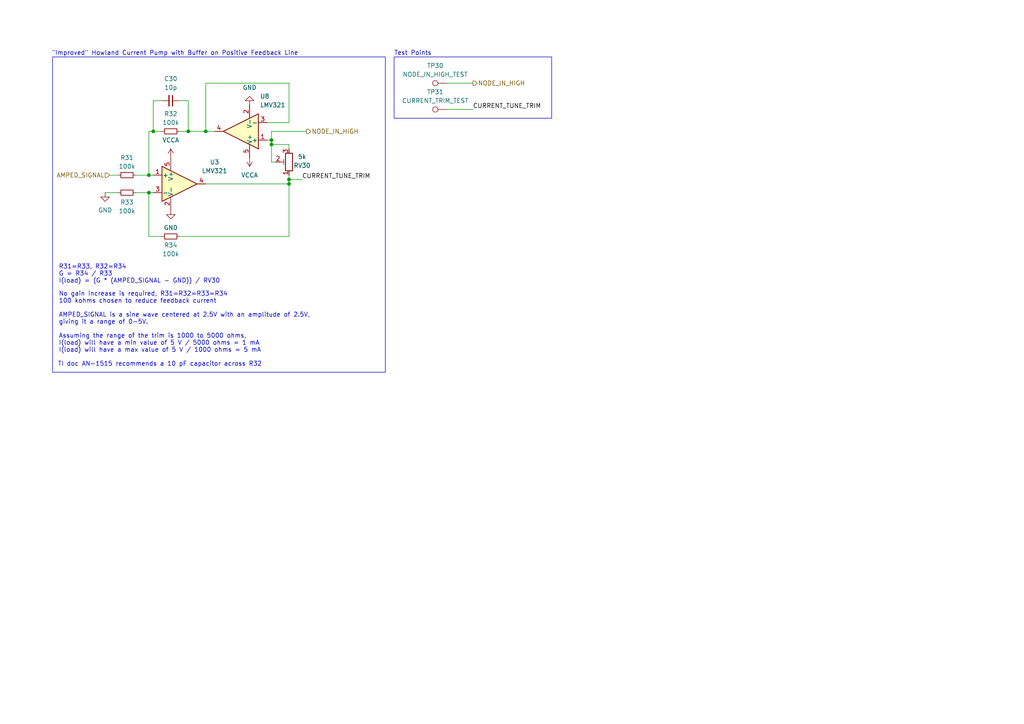
<source format=kicad_sch>
(kicad_sch (version 20231120) (generator "eeschema") (generator_version "8.0")
  (paper "A4")
  (lib_symbols
    (symbol "Amplifier_Operational:LMV321" (pin_names (offset 0.127))
      (property "Reference" "U" (at 0 5.08 0))
      (property "Value" "LMV321" (at 0 -5.08 0))
      (symbol "LMV321_0_1"
        (polyline (pts (xy -5.08 5.08) (xy 5.08 0) (xy -5.08 -5.08) (xy -5.08 5.08)) (stroke (width 0.254)) (fill (type background)))
        (pin power_in line (at -2.54 -7.62 90) (length 3.81) (name "V-") (number "2"))
        (pin power_in line (at -2.54 7.62 270) (length 3.81) (name "V+") (number "5"))
      )
      (symbol "LMV321_1_1"
        (pin input line (at -7.62 2.54 0) (length 2.54) (name "+") (number "1"))
        (pin input line (at -7.62 -2.54 0) (length 2.54) (name "-") (number "3"))
        (pin output line (at 7.62 0 180) (length 2.54) (name "~") (number "4"))
      )
    )
    (symbol "Connector:TestPoint" (pin_numbers hide) (pin_names (offset 0.762) hide)
      (property "Reference" "TP" (at 0 6.858 0))
      (property "Value" "TestPoint" (at 0 5.08 0))
      (symbol "TestPoint_0_1"
        (circle (center 0 3.302) (radius 0.762))
      )
      (symbol "TestPoint_1_1"
        (pin passive line (at 0 0 90) (length 2.54) (name "1") (number "1"))
      )
    )
    (symbol "Device:C_Small" (pin_numbers hide) (pin_names (offset 0.254) hide)
      (property "Reference" "C" (at 0.254 1.778 0))
      (property "Value" "C_Small" (at 0.254 -2.032 0))
      (symbol "C_Small_0_1"
        (polyline (pts (xy -1.524 -0.508) (xy 1.524 -0.508)) (stroke (width 0.3302)))
        (polyline (pts (xy -1.524 0.508) (xy 1.524 0.508)) (stroke (width 0.3048)))
      )
      (symbol "C_Small_1_1"
        (pin passive line (at 0 2.54 270) (length 2.032) (name "~") (number "1"))
        (pin passive line (at 0 -2.54 90) (length 2.032) (name "~") (number "2"))
      )
    )
    (symbol "Device:R_Potentiometer_Trim" (pin_names (offset 1.016) hide)
      (property "Reference" "RV" (at -4.445 0 90))
      (property "Value" "R_Potentiometer_Trim" (at -2.54 0 90))
      (symbol "R_Potentiometer_Trim_0_1"
        (polyline (pts (xy 1.524 0.762) (xy 1.524 -0.762)))
        (polyline (pts (xy 2.54 0) (xy 1.524 0)))
        (rectangle (start 1.016 2.54) (end -1.016 -2.54) (stroke (width 0.254)))
      )
      (symbol "R_Potentiometer_Trim_1_1"
        (pin passive line (at 0 3.81 270) (length 1.27) (name "1") (number "1"))
        (pin passive line (at 3.81 0 180) (length 1.27) (name "2") (number "2"))
        (pin passive line (at 0 -3.81 90) (length 1.27) (name "3") (number "3"))
      )
    )
    (symbol "Device:R_Small" (pin_numbers hide) (pin_names (offset 0.254) hide)
      (property "Reference" "R" (at 0.762 0.508 0))
      (property "Value" "R_Small" (at 0.762 -1.016 0))
      (symbol "R_Small_0_1"
        (rectangle (start -0.762 1.778) (end 0.762 -1.778) (stroke (width 0.2032)))
      )
      (symbol "R_Small_1_1"
        (pin passive line (at 0 2.54 270) (length 0.762) (name "~") (number "1"))
        (pin passive line (at 0 -2.54 90) (length 0.762) (name "~") (number "2"))
      )
    )
    (symbol "power:GND" (power) (pin_numbers hide) (pin_names (offset 0) hide)
      (property "Value" "GND" (at 0 -3.81 0))
      (symbol "GND_0_1"
        (polyline (pts (xy 0 0) (xy 0 -1.27) (xy 1.27 -1.27) (xy 0 -2.54) (xy -1.27 -1.27) (xy 0 -1.27)))
      )
      (symbol "GND_1_1"
        (pin power_in line (at 0 0 270) (length 0) (name "~") (number "1"))
      )
    )
    (symbol "power:VCC" (power) (pin_numbers hide) (pin_names (offset 0) hide)
      (property "Value" "VCC" (at 0 3.556 0))
      (symbol "VCC_0_1"
        (polyline (pts (xy -0.762 1.27) (xy 0 2.54)))
        (polyline (pts (xy 0 0) (xy 0 2.54)))
        (polyline (pts (xy 0 2.54) (xy 0.762 1.27)))
      )
      (symbol "VCC_1_1"
        (pin power_in line (at 0 0 90) (length 0) (name "~") (number "1"))
      )
    )
  )
  (junction (at 78.74 41.91))
  (junction (at 44.45 38.1))
  (junction (at 54.61 38.1))
  (junction (at 43.18 55.88))
  (junction (at 78.74 40.64))
  (junction (at 59.69 38.1))
  (junction (at 83.82 52.07))
  (junction (at 43.18 50.8))
  (junction (at 83.82 53.34))
  (wire (pts (xy 137.16 31.75) (xy 129.54 31.75)))
  (wire (pts (xy 77.47 35.56) (xy 83.82 35.56)))
  (wire (pts (xy 44.45 29.21) (xy 44.45 38.1)))
  (wire (pts (xy 52.07 68.58) (xy 83.82 68.58)))
  (wire (pts (xy 83.82 50.8) (xy 83.82 52.07)))
  (wire (pts (xy 39.37 55.88) (xy 43.18 55.88)))
  (wire (pts (xy 83.82 24.13) (xy 59.69 24.13)))
  (wire (pts (xy 46.99 29.21) (xy 44.45 29.21)))
  (wire (pts (xy 78.74 38.1) (xy 78.74 40.64)))
  (wire (pts (xy 43.18 50.8) (xy 44.45 50.8)))
  (wire (pts (xy 31.75 50.8) (xy 34.29 50.8)))
  (wire (pts (xy 46.99 68.58) (xy 43.18 68.58)))
  (wire (pts (xy 88.9 38.1) (xy 78.74 38.1)))
  (wire (pts (xy 46.99 38.1) (xy 44.45 38.1)))
  (wire (pts (xy 59.69 53.34) (xy 83.82 53.34)))
  (wire (pts (xy 39.37 50.8) (xy 43.18 50.8)))
  (wire (pts (xy 43.18 55.88) (xy 44.45 55.88)))
  (wire (pts (xy 83.82 35.56) (xy 83.82 24.13)))
  (wire (pts (xy 43.18 38.1) (xy 43.18 50.8)))
  (wire (pts (xy 54.61 38.1) (xy 59.69 38.1)))
  (wire (pts (xy 43.18 68.58) (xy 43.18 55.88)))
  (wire (pts (xy 78.74 40.64) (xy 78.74 41.91)))
  (wire (pts (xy 30.48 55.88) (xy 34.29 55.88)))
  (wire (pts (xy 52.07 29.21) (xy 54.61 29.21)))
  (wire (pts (xy 78.74 41.91) (xy 83.82 41.91)))
  (wire (pts (xy 77.47 40.64) (xy 78.74 40.64)))
  (wire (pts (xy 137.16 24.13) (xy 129.54 24.13)))
  (wire (pts (xy 52.07 38.1) (xy 54.61 38.1)))
  (wire (pts (xy 78.74 41.91) (xy 78.74 46.99)))
  (wire (pts (xy 59.69 38.1) (xy 62.23 38.1)))
  (wire (pts (xy 54.61 29.21) (xy 54.61 38.1)))
  (wire (pts (xy 59.69 24.13) (xy 59.69 38.1)))
  (wire (pts (xy 83.82 52.07) (xy 83.82 53.34)))
  (wire (pts (xy 80.01 46.99) (xy 78.74 46.99)))
  (wire (pts (xy 83.82 52.07) (xy 87.63 52.07)))
  (wire (pts (xy 83.82 53.34) (xy 83.82 68.58)))
  (wire (pts (xy 83.82 43.18) (xy 83.82 41.91)))
  (wire (pts (xy 44.45 38.1) (xy 43.18 38.1)))
  (rectangle (start 114.3 16.51) (end 160.02 34.29))
  (rectangle (start 15.24 16.51) (end 111.76 107.95))
  (text "Test Points" (at 114.3 15.494 0) (effects (font (size 1.27 1.27)) (justify left)))
  (text "Assuming the range of the trim is 1000 to 5000 ohms,\nI(load) will have a min value of 5 V / 5000 ohms = 1 mA\nI(load) will have a max value of 5 V / 1000 ohms = 5 mA\n" (at 17.018 99.568 0) (effects (font (size 1.27 1.27)) (justify left)))
  (text "\"Improved\" Howland Current Pump with Buffer on Positive Feedback Line" (at 14.986 15.494 0) (effects (font (size 1.27 1.27)) (justify left)))
  (text "TI doc AN-1515 recommends a 10 pF capacitor across R32" (at 16.764 105.664 0) (effects (font (size 1.27 1.27)) (justify left)))
  (text "No gain increase is required, R31=R32=R33=R34\n100 kohms chosen to reduce feedback current" (at 17.018 86.36 0) (effects (font (size 1.27 1.27)) (justify left)))
  (text "R31=R33, R32=R34\nG = R34 / R33\nI(load) = (G * (AMPED_SIGNAL - GND)) / RV30" (at 17.018 79.502 0) (effects (font (size 1.27 1.27)) (justify left)))
  (text "AMPED_SIGNAL is a sine wave centered at 2.5V with an amplitude of 2.5V,\ngiving it a range of 0-5V." (at 17.018 92.456 0) (effects (font (size 1.27 1.27)) (justify left)))
  (label "CURRENT_TUNE_TRIM" (at 87.63 52.07 0))
  (label "CURRENT_TUNE_TRIM" (at 137.16 31.75 0))
  (hierarchical_label "NODE_IN_HIGH" (shape output) (at 88.9 38.1 0))
  (hierarchical_label "NODE_IN_HIGH" (shape output) (at 137.16 24.13 0))
  (hierarchical_label "AMPED_SIGNAL" (shape input) (at 31.75 50.8 180))
  (symbol (lib_id "Amplifier_Operational:LMV321") (at 52.07 53.34 0) (unit 1)
    (property "Reference" "U3" (at 62.23 47.0214 0))
    (property "Value" "LMV321" (at 62.23 49.5614 0))
    (property "Footprint" "Package_TO_SOT_SMD:SOT-23-5" (effects (hide yes)))
    (property "Datasheet" "http://www.ti.com/lit/ds/symlink/lmv324.pdf" (effects (hide yes)))
    (property "Description" "Low-Voltage Rail-to-Rail Output Operational Amplifiers, SOT-23-5/SC-70-5" (effects (hide yes)))
  )
  (symbol (lib_id "power:GND") (at 72.39 30.48 180) (unit 1)
    (property "Reference" "#PWR022" (effects (hide yes)))
    (property "Value" "GND" (at 72.39 25.4 0))
    (property "Description" "Power symbol creates a global label with name \"GND\" , ground" (effects (hide yes)))
  )
  (symbol (lib_id "Device:R_Small") (at 49.53 38.1 90) (unit 1)
    (property "Reference" "R32" (at 49.53 33.02 90))
    (property "Value" "100k" (at 49.53 35.56 90))
    (property "Footprint" "Resistor_SMD:R_0805_2012Metric_Pad1.20x1.40mm_HandSolder" (effects (hide yes)))
    (property "Description" "Resistor, small symbol" (effects (hide yes)))
  )
  (symbol (lib_id "Device:R_Small") (at 49.53 68.58 90) (unit 1)
    (property "Reference" "R34" (at 49.53 71.12 90))
    (property "Value" "100k" (at 49.53 73.66 90))
    (property "Footprint" "Resistor_SMD:R_0805_2012Metric_Pad1.20x1.40mm_HandSolder" (effects (hide yes)))
    (property "Description" "Resistor, small symbol" (effects (hide yes)))
  )
  (symbol (lib_id "power:VCC") (at 49.53 45.72 0) (unit 1)
    (property "Reference" "#PWR014" (effects (hide yes)))
    (property "Value" "VCCA" (at 49.53 40.64 0))
    (property "Description" "Power symbol creates a global label with name \"VCC\"" (effects (hide yes)))
  )
  (symbol (lib_id "Device:R_Small") (at 36.83 50.8 90) (unit 1)
    (property "Reference" "R31" (at 36.83 45.72 90))
    (property "Value" "100k" (at 36.83 48.26 90))
    (property "Footprint" "Resistor_SMD:R_0805_2012Metric_Pad1.20x1.40mm_HandSolder" (effects (hide yes)))
    (property "Description" "Resistor, small symbol" (effects (hide yes)))
  )
  (symbol (lib_id "Device:R_Small") (at 36.83 55.88 270) (unit 1)
    (property "Reference" "R33" (at 36.83 58.674 90))
    (property "Value" "100k" (at 36.83 61.214 90))
    (property "Footprint" "Resistor_SMD:R_0805_2012Metric_Pad1.20x1.40mm_HandSolder" (effects (hide yes)))
    (property "Description" "Resistor, small symbol" (effects (hide yes)))
  )
  (symbol (lib_id "Connector:TestPoint") (at 129.54 31.75 90) (unit 1)
    (property "Reference" "TP31" (at 126.238 26.67 90))
    (property "Value" "CURRENT_TRIM_TEST" (at 126.238 29.21 90))
    (property "Footprint" "TestPoint:TestPoint_Pad_1.0x1.0mm" (effects (hide yes)))
    (property "Description" "test point" (effects (hide yes)))
  )
  (symbol (lib_id "Amplifier_Operational:LMV321") (at 69.85 38.1 180) (unit 1)
    (property "Reference" "U8" (at 75.4065 27.94 0) (effects (justify right)))
    (property "Value" "LMV321" (at 75.4065 30.48 0) (effects (justify right)))
    (property "Footprint" "Package_TO_SOT_SMD:SOT-23-5" (effects (hide yes)))
    (property "Datasheet" "http://www.ti.com/lit/ds/symlink/lmv324.pdf" (effects (hide yes)))
    (property "Description" "Low-Voltage Rail-to-Rail Output Operational Amplifiers, SOT-23-5/SC-70-5" (effects (hide yes)))
  )
  (symbol (lib_id "power:VCC") (at 72.39 45.72 180) (unit 1)
    (property "Reference" "#PWR023" (effects (hide yes)))
    (property "Value" "VCCA" (at 72.39 50.8 0))
    (property "Description" "Power symbol creates a global label with name \"VCC\"" (effects (hide yes)))
  )
  (symbol (lib_id "power:GND") (at 30.48 55.88 0) (unit 1)
    (property "Reference" "#PWR08" (effects (hide yes)))
    (property "Value" "GND" (at 30.48 60.96 0))
    (property "Description" "Power symbol creates a global label with name \"GND\" , ground" (effects (hide yes)))
  )
  (symbol (lib_id "Device:R_Potentiometer_Trim") (at 83.82 46.99 180) (unit 1)
    (property "Reference" "RV30" (at 87.63 48.006 0))
    (property "Value" "5k" (at 87.63 45.466 0))
    (property "Footprint" "Potentiometer_THT:Potentiometer_Bourns_3296W_Vertical" (effects (hide yes)))
    (property "Description" "Trim-potentiometer" (effects (hide yes)))
  )
  (symbol (lib_id "Device:C_Small") (at 49.53 29.21 270) (unit 1)
    (property "Reference" "C30" (at 49.5236 22.86 90))
    (property "Value" "10p" (at 49.5236 25.4 90))
    (property "Footprint" "Capacitor_SMD:C_0402_1005Metric_Pad0.74x0.62mm_HandSolder" (effects (hide yes)))
    (property "Description" "Unpolarized capacitor, small symbol" (effects (hide yes)))
  )
  (symbol (lib_id "power:GND") (at 49.53 60.96 0) (unit 1)
    (property "Reference" "#PWR020" (effects (hide yes)))
    (property "Value" "GND" (at 49.53 66.04 0))
    (property "Description" "Power symbol creates a global label with name \"GND\" , ground" (effects (hide yes)))
  )
  (symbol (lib_id "Connector:TestPoint") (at 129.54 24.13 90) (unit 1)
    (property "Reference" "TP30" (at 126.238 19.05 90))
    (property "Value" "NODE_IN_HIGH_TEST" (at 126.238 21.59 90))
    (property "Footprint" "TestPoint:TestPoint_Loop_D1.80mm_Drill1.0mm_Beaded" (effects (hide yes)))
    (property "Description" "test point" (effects (hide yes)))
  )
)
</source>
